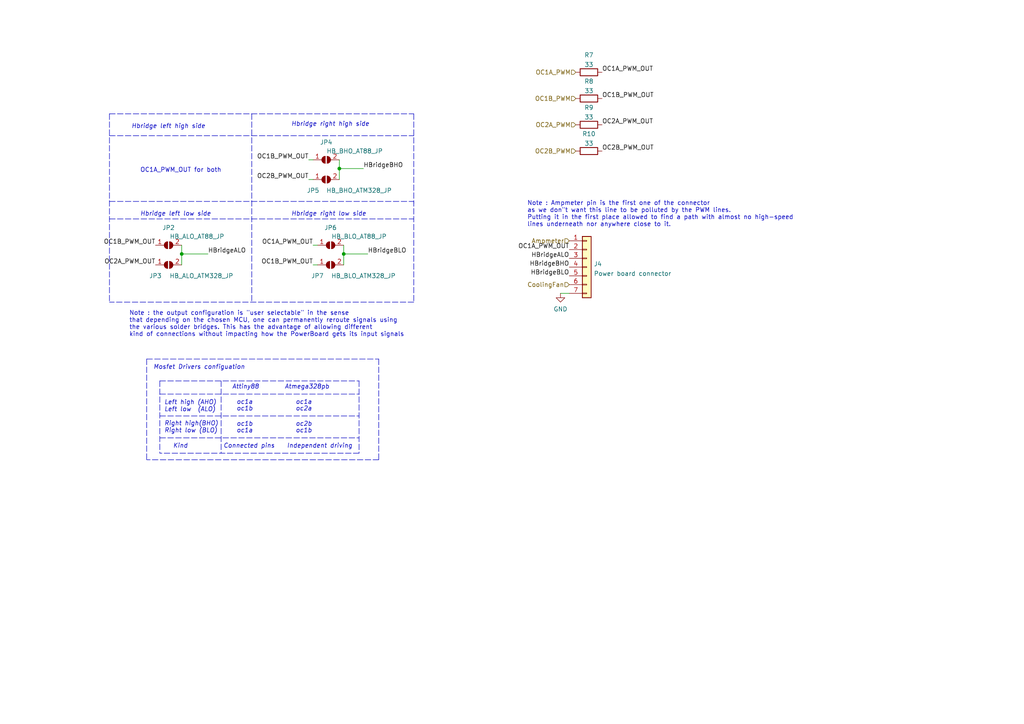
<source format=kicad_sch>
(kicad_sch (version 20211123) (generator eeschema)
  (paper "A4")
  (lib_symbols
    (symbol "Connector_Generic:Conn_01x07" (pin_names (offset 1.016) hide)
      (property "Reference" "J" (at 0 10.16 0))
      (property "Value" "Conn_01x07" (at 0 -10.16 0))
      (symbol "Conn_01x07_1_1"
        (rectangle (start -1.27 -7.493) (end 0 -7.747) (stroke (width 0.1524)))
        (rectangle (start -1.27 -4.953) (end 0 -5.207) (stroke (width 0.1524)))
        (rectangle (start -1.27 -2.413) (end 0 -2.667) (stroke (width 0.1524)))
        (rectangle (start -1.27 0.127) (end 0 -0.127) (stroke (width 0.1524)))
        (rectangle (start -1.27 2.667) (end 0 2.413) (stroke (width 0.1524)))
        (rectangle (start -1.27 5.207) (end 0 4.953) (stroke (width 0.1524)))
        (rectangle (start -1.27 7.747) (end 0 7.493) (stroke (width 0.1524)))
        (rectangle (start -1.27 8.89) (end 1.27 -8.89) (stroke (width 0.254)) (fill (type background)))
        (pin passive line (at -5.08 7.62 0) (length 3.81) (name "Pin_1") (number "1"))
        (pin passive line (at -5.08 5.08 0) (length 3.81) (name "Pin_2") (number "2"))
        (pin passive line (at -5.08 2.54 0) (length 3.81) (name "Pin_3") (number "3"))
        (pin passive line (at -5.08 0 0) (length 3.81) (name "Pin_4") (number "4"))
        (pin passive line (at -5.08 -2.54 0) (length 3.81) (name "Pin_5") (number "5"))
        (pin passive line (at -5.08 -5.08 0) (length 3.81) (name "Pin_6") (number "6"))
        (pin passive line (at -5.08 -7.62 0) (length 3.81) (name "Pin_7") (number "7"))
      )
    )
    (symbol "Device:R" (pin_numbers hide) (pin_names (offset 0))
      (property "Reference" "R" (at 2.032 0 90))
      (property "Value" "R" (at 0 0 90))
      (symbol "R_0_1"
        (rectangle (start -1.016 -2.54) (end 1.016 2.54) (stroke (width 0.254)))
      )
      (symbol "R_1_1"
        (pin passive line (at 0 3.81 270) (length 1.27) (name "~") (number "1"))
        (pin passive line (at 0 -3.81 90) (length 1.27) (name "~") (number "2"))
      )
    )
    (symbol "Jumper:SolderJumper_2_Open" (pin_names (offset 0) hide)
      (property "Reference" "JP" (at 0 2.032 0))
      (property "Value" "SolderJumper_2_Open" (at 0 -2.54 0))
      (symbol "SolderJumper_2_Open_0_1"
        (arc (start -0.254 1.016) (mid -1.27 0) (end -0.254 -1.016))
        (arc (start -0.254 1.016) (mid -1.27 0) (end -0.254 -1.016) (fill (type outline)))
        (polyline (pts (xy -0.254 1.016) (xy -0.254 -1.016)))
        (polyline (pts (xy 0.254 1.016) (xy 0.254 -1.016)))
        (arc (start 0.254 -1.016) (mid 1.27 0) (end 0.254 1.016))
        (arc (start 0.254 -1.016) (mid 1.27 0) (end 0.254 1.016) (fill (type outline)))
      )
      (symbol "SolderJumper_2_Open_1_1"
        (pin passive line (at -3.81 0 0) (length 2.54) (name "A") (number "1"))
        (pin passive line (at 3.81 0 180) (length 2.54) (name "B") (number "2"))
      )
    )
    (symbol "power:GND" (power) (pin_names (offset 0))
      (property "Value" "GND" (at 0 -3.81 0))
      (symbol "GND_0_1"
        (polyline (pts (xy 0 0) (xy 0 -1.27) (xy 1.27 -1.27) (xy 0 -2.54) (xy -1.27 -1.27) (xy 0 -1.27)))
      )
      (symbol "GND_1_1"
        (pin power_in line (at 0 0 270) (length 0) hide (name "GND") (number "1"))
      )
    )
  )
  (junction (at 98.425 48.895))
  (junction (at 52.705 73.66))
  (junction (at 99.695 73.66))
  (polyline (pts (xy 46.355 120.65) (xy 104.14 120.65)))
  (wire (pts (xy 52.705 73.66) (xy 60.325 73.66)))
  (polyline (pts (xy 73.025 33.02) (xy 73.025 87.63)))
  (polyline (pts (xy 109.855 133.35) (xy 42.545 133.35)))
  (wire (pts (xy 162.56 85.09) (xy 165.1 85.09)))
  (wire (pts (xy 89.535 46.355) (xy 90.805 46.355)))
  (polyline (pts (xy 46.355 127) (xy 104.14 127)))
  (wire (pts (xy 90.805 71.12) (xy 92.075 71.12)))
  (polyline (pts (xy 120.015 87.63) (xy 31.75 87.63)))
  (polyline (pts (xy 31.75 58.42) (xy 120.015 58.42)))
  (wire (pts (xy 99.695 71.12) (xy 99.695 73.66)))
  (wire (pts (xy 99.695 73.66) (xy 106.68 73.66)))
  (polyline (pts (xy 109.855 104.14) (xy 109.855 133.35)))
  (wire (pts (xy 52.705 71.12) (xy 52.705 73.66)))
  (wire (pts (xy 52.705 73.66) (xy 52.705 76.835)))
  (polyline (pts (xy 104.14 131.445) (xy 46.355 131.445)))
  (polyline (pts (xy 120.015 33.02) (xy 120.015 87.63)))
  (polyline (pts (xy 42.545 104.14) (xy 109.855 104.14)))
  (polyline (pts (xy 31.75 33.02) (xy 31.75 87.63)))
  (polyline (pts (xy 46.355 114.3) (xy 104.14 114.3)))
  (polyline (pts (xy 46.355 110.49) (xy 104.14 110.49)))
  (polyline (pts (xy 31.75 39.37) (xy 120.015 39.37)))
  (wire (pts (xy 98.425 46.355) (xy 98.425 48.895)))
  (polyline (pts (xy 42.545 104.14) (xy 42.545 133.35)))
  (polyline (pts (xy 31.75 63.5) (xy 120.015 63.5)))
  (wire (pts (xy 90.805 76.835) (xy 92.075 76.835)))
  (polyline (pts (xy 64.135 110.49) (xy 64.135 131.445)))
  (wire (pts (xy 99.695 73.66) (xy 99.695 76.835)))
  (polyline (pts (xy 46.355 110.49) (xy 46.355 131.445)))
  (polyline (pts (xy 120.015 58.42) (xy 120.015 59.055)))
  (wire (pts (xy 98.425 48.895) (xy 98.425 52.07)))
  (wire (pts (xy 98.425 48.895) (xy 105.41 48.895)))
  (polyline (pts (xy 104.14 110.49) (xy 104.14 131.445)))
  (polyline (pts (xy 31.75 33.02) (xy 120.015 33.02)))
  (wire (pts (xy 89.535 52.07) (xy 90.805 52.07)))
  (text "Note : the output configuration is \"user selectable\" in the sense \nthat depending on the chosen MCU, one can permanently reroute signals using\nthe various solder bridges. This has the advantage of allowing different\nkind of connections without impacting how the PowerBoard gets its input signals" (at 37.465 97.79 0) (effects (font (size 1.27 1.27)) (justify left bottom)))
  (text "Kind" (at 50.165 130.175 0) (effects (font (size 1.27 1.27) italic) (justify left bottom)))
  (text "Connected pins" (at 64.77 130.175 0) (effects (font (size 1.27 1.27) italic) (justify left bottom)))
  (text "Hbridge right high side" (at 84.455 36.83 0) (effects (font (size 1.27 1.27) italic) (justify left bottom)))
  (text "Hbridge right low side" (at 84.455 62.865 0) (effects (font (size 1.27 1.27) italic) (justify left bottom)))
  (text "Hbridge left high side" (at 38.1 37.465 0) (effects (font (size 1.27 1.27) italic) (justify left bottom)))
  (text "Mosfet Drivers configuation " (at 44.45 107.315 0) (effects (font (size 1.27 1.27) italic) (justify left bottom)))
  (text "Left high (AHO)\nLeft low  (ALO)\n\nRight high(BHO)	\nRight low (BLO)" (at 47.625 125.73 0) (effects (font (size 1.27 1.27) italic) (justify left bottom)))
  (text "oc2a" (at 85.725 119.38 0) (effects (font (size 1.27 1.27) italic) (justify left bottom)))
  (text "oc1b" (at 85.725 125.73 0) (effects (font (size 1.27 1.27) italic) (justify left bottom)))
  (text "Atmega328pb" (at 82.55 113.03 0) (effects (font (size 1.27 1.27) italic) (justify left bottom)))
  (text "Note : Ampmeter pin is the first one of the connector\nas we don\"t want this line to be polluted by the PWM lines.\nPutting it in the first place allowed to find a path with almost no high-speed \nlines underneath nor anywhere close to it." (at 152.908 65.913 0) (effects (font (size 1.27 1.27)) (justify left bottom)))
  (text "oc1b" (at 68.58 119.38 0) (effects (font (size 1.27 1.27) italic) (justify left bottom)))
  (text "oc1b" (at 68.58 123.825 0) (effects (font (size 1.27 1.27) italic) (justify left bottom)))
  (text "oc1a" (at 68.58 125.73 0) (effects (font (size 1.27 1.27) italic) (justify left bottom)))
  (text "oc1a" (at 85.725 117.475 0) (effects (font (size 1.27 1.27) italic) (justify left bottom)))
  (text "Attiny88" (at 67.31 113.03 0) (effects (font (size 1.27 1.27) italic) (justify left bottom)))
  (text "Independent driving" (at 83.185 130.175 0) (effects (font (size 1.27 1.27) italic) (justify left bottom)))
  (text "OC1A_PWM_OUT for both" (at 40.64 50.165 0) (effects (font (size 1.27 1.27)) (justify left bottom)))
  (text "oc2b" (at 85.725 123.825 0) (effects (font (size 1.27 1.27) italic) (justify left bottom)))
  (text "Hbridge left low side" (at 40.64 62.865 0) (effects (font (size 1.27 1.27) italic) (justify left bottom)))
  (text "oc1a" (at 68.58 117.475 0) (effects (font (size 1.27 1.27) italic) (justify left bottom)))
  (label "HBridgeALO" (at 165.1 74.93 180))
  (label "OC2A_PWM_OUT" (at 174.625 36.195 0))
  (label "HBridgeALO" (at 60.325 73.66 0))
  (label "OC1B_PWM_OUT" (at 174.625 28.575 0))
  (label "HBridgeBHO" (at 105.41 48.895 0))
  (label "OC1A_PWM_OUT" (at 90.805 71.12 180))
  (label "OC1A_PWM_OUT" (at 174.625 20.955 0))
  (label "OC2B_PWM_OUT" (at 174.625 43.815 0))
  (label "OC2B_PWM_OUT" (at 89.535 52.07 180))
  (label "HBridgeBLO" (at 106.68 73.66 0))
  (label "OC2A_PWM_OUT" (at 45.085 76.835 180))
  (label "OC1B_PWM_OUT" (at 90.805 76.835 180))
  (label "OC1B_PWM_OUT" (at 89.535 46.355 180))
  (label "OC1B_PWM_OUT" (at 45.085 71.12 180))
  (label "HBridgeBLO" (at 165.1 80.01 180))
  (label "OC1A_PWM_OUT" (at 165.1 72.39 180))
  (label "HBridgeBHO" (at 165.1 77.47 180))
  (hierarchical_label "OC1A_PWM" (shape input) (at 167.005 20.955 180))
  (hierarchical_label "Ampmeter" (shape input) (at 165.1 69.85 180))
  (hierarchical_label "OC2A_PWM" (shape input) (at 167.005 36.195 180))
  (hierarchical_label "OC2B_PWM" (shape input) (at 167.005 43.815 180))
  (hierarchical_label "OC1B_PWM" (shape input) (at 167.005 28.575 180))
  (hierarchical_label "CoolingFan" (shape input) (at 165.1 82.55 180))
  (symbol (lib_id "Jumper:SolderJumper_2_Open") (at 95.885 71.12 0) (unit 1)
    (property "Reference" "JP6" (at 95.885 66.04 0))
    (property "Value" "HB_BLO_AT88_JP" (at 104.14 68.58 0))
    (property "Footprint" "Jumper:SolderJumper-2_P1.3mm_Open_RoundedPad1.0x1.5mm" (effects hide))
  )
  (symbol (lib_id "Jumper:SolderJumper_2_Open") (at 95.885 76.835 0) (unit 1)
    (property "Reference" "JP7" (at 92.075 80.01 0))
    (property "Value" "HB_BLO_ATM328_JP" (at 105.41 80.01 0))
    (property "Footprint" "Jumper:SolderJumper-2_P1.3mm_Open_RoundedPad1.0x1.5mm" (effects hide))
  )
  (symbol (lib_id "Connector_Generic:Conn_01x07") (at 170.18 77.47 0) (unit 1)
    (property "Reference" "J4" (at 172.212 76.5615 0) (effects (justify left)))
    (property "Value" "Power board connector" (at 172.212 79.3366 0) (effects (justify left)))
    (property "Footprint" "Connector_PinHeader_2.54mm:PinHeader_1x07_P2.54mm_Vertical" (effects hide))
  )
  (symbol (lib_id "Device:R") (at 170.815 28.575 90) (unit 1)
    (property "Reference" "R8" (at 170.815 23.5925 90))
    (property "Value" "33" (at 170.815 26.3676 90))
    (property "Footprint" "Resistor_SMD:R_0402_1005Metric_Pad0.72x0.64mm_HandSolder" (effects hide))
  )
  (symbol (lib_id "Device:R") (at 170.815 20.955 90) (unit 1)
    (property "Reference" "R7" (at 170.815 15.9725 90))
    (property "Value" "33" (at 170.815 18.7476 90))
    (property "Footprint" "Resistor_SMD:R_0402_1005Metric_Pad0.72x0.64mm_HandSolder" (effects hide))
  )
  (symbol (lib_id "Jumper:SolderJumper_2_Open") (at 94.615 46.355 0) (unit 1)
    (property "Reference" "JP4" (at 94.615 41.275 0))
    (property "Value" "HB_BHO_AT88_JP" (at 102.87 43.815 0))
    (property "Footprint" "Jumper:SolderJumper-2_P1.3mm_Open_RoundedPad1.0x1.5mm" (effects hide))
  )
  (symbol (lib_id "Jumper:SolderJumper_2_Open") (at 94.615 52.07 0) (unit 1)
    (property "Reference" "JP5" (at 90.805 55.245 0))
    (property "Value" "HB_BHO_ATM328_JP" (at 104.14 55.245 0))
    (property "Footprint" "Jumper:SolderJumper-2_P1.3mm_Open_RoundedPad1.0x1.5mm" (effects hide))
  )
  (symbol (lib_id "Jumper:SolderJumper_2_Open") (at 48.895 71.12 0) (unit 1)
    (property "Reference" "JP2" (at 48.895 66.04 0))
    (property "Value" "HB_ALO_AT88_JP" (at 57.15 68.58 0))
    (property "Footprint" "Jumper:SolderJumper-2_P1.3mm_Open_RoundedPad1.0x1.5mm" (effects hide))
  )
  (symbol (lib_id "Jumper:SolderJumper_2_Open") (at 48.895 76.835 0) (unit 1)
    (property "Reference" "JP3" (at 45.085 80.01 0))
    (property "Value" "HB_ALO_ATM328_JP" (at 58.42 80.01 0))
    (property "Footprint" "Jumper:SolderJumper-2_P1.3mm_Open_RoundedPad1.0x1.5mm" (effects hide))
  )
  (symbol (lib_id "Device:R") (at 170.815 43.815 90) (unit 1)
    (property "Reference" "R10" (at 170.815 38.8325 90))
    (property "Value" "33" (at 170.815 41.6076 90))
    (property "Footprint" "Resistor_SMD:R_0402_1005Metric_Pad0.72x0.64mm_HandSolder" (effects hide))
  )
  (symbol (lib_id "power:GND") (at 162.56 85.09 0) (unit 1)
    (property "Reference" "#PWR0130" (effects hide))
    (property "Value" "GND" (at 162.56 89.6525 0))
  )
  (symbol (lib_id "Device:R") (at 170.815 36.195 90) (unit 1)
    (property "Reference" "R9" (at 170.815 31.2125 90))
    (property "Value" "33" (at 170.815 33.9876 90))
    (property "Footprint" "Resistor_SMD:R_0402_1005Metric_Pad0.72x0.64mm_HandSolder" (effects hide))
  )
)
</source>
